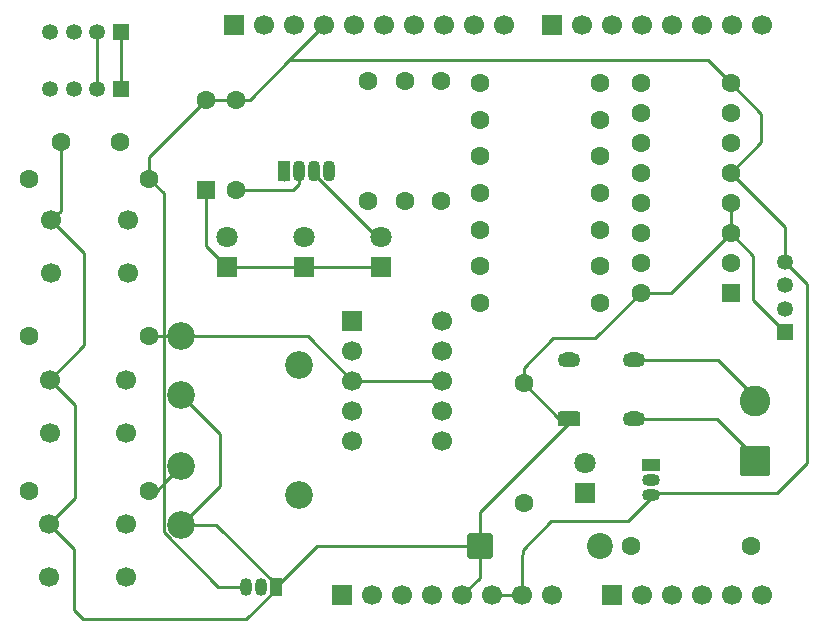
<source format=gbr>
G04 #@! TF.GenerationSoftware,KiCad,Pcbnew,9.0.4*
G04 #@! TF.CreationDate,2025-10-13T09:43:54+02:00*
G04 #@! TF.ProjectId,p1,70312e6b-6963-4616-945f-706362585858,rev?*
G04 #@! TF.SameCoordinates,Original*
G04 #@! TF.FileFunction,Copper,L2,Bot*
G04 #@! TF.FilePolarity,Positive*
%FSLAX46Y46*%
G04 Gerber Fmt 4.6, Leading zero omitted, Abs format (unit mm)*
G04 Created by KiCad (PCBNEW 9.0.4) date 2025-10-13 09:43:54*
%MOMM*%
%LPD*%
G01*
G04 APERTURE LIST*
G04 Aperture macros list*
%AMRoundRect*
0 Rectangle with rounded corners*
0 $1 Rounding radius*
0 $2 $3 $4 $5 $6 $7 $8 $9 X,Y pos of 4 corners*
0 Add a 4 corners polygon primitive as box body*
4,1,4,$2,$3,$4,$5,$6,$7,$8,$9,$2,$3,0*
0 Add four circle primitives for the rounded corners*
1,1,$1+$1,$2,$3*
1,1,$1+$1,$4,$5*
1,1,$1+$1,$6,$7*
1,1,$1+$1,$8,$9*
0 Add four rect primitives between the rounded corners*
20,1,$1+$1,$2,$3,$4,$5,0*
20,1,$1+$1,$4,$5,$6,$7,0*
20,1,$1+$1,$6,$7,$8,$9,0*
20,1,$1+$1,$8,$9,$2,$3,0*%
G04 Aperture macros list end*
G04 #@! TA.AperFunction,ComponentPad*
%ADD10R,1.700000X1.700000*%
G04 #@! TD*
G04 #@! TA.AperFunction,ComponentPad*
%ADD11C,1.700000*%
G04 #@! TD*
G04 #@! TA.AperFunction,ComponentPad*
%ADD12R,1.500000X1.050000*%
G04 #@! TD*
G04 #@! TA.AperFunction,ComponentPad*
%ADD13O,1.500000X1.050000*%
G04 #@! TD*
G04 #@! TA.AperFunction,ComponentPad*
%ADD14R,1.800000X1.800000*%
G04 #@! TD*
G04 #@! TA.AperFunction,ComponentPad*
%ADD15C,1.800000*%
G04 #@! TD*
G04 #@! TA.AperFunction,ComponentPad*
%ADD16RoundRect,0.249999X-0.850001X-0.850001X0.850001X-0.850001X0.850001X0.850001X-0.850001X0.850001X0*%
G04 #@! TD*
G04 #@! TA.AperFunction,ComponentPad*
%ADD17C,2.200000*%
G04 #@! TD*
G04 #@! TA.AperFunction,ComponentPad*
%ADD18RoundRect,0.190500X-0.762000X-0.444500X0.762000X-0.444500X0.762000X0.444500X-0.762000X0.444500X0*%
G04 #@! TD*
G04 #@! TA.AperFunction,ComponentPad*
%ADD19O,1.905000X1.270000*%
G04 #@! TD*
G04 #@! TA.AperFunction,ComponentPad*
%ADD20C,1.600000*%
G04 #@! TD*
G04 #@! TA.AperFunction,ComponentPad*
%ADD21C,2.600000*%
G04 #@! TD*
G04 #@! TA.AperFunction,ComponentPad*
%ADD22RoundRect,0.250000X1.050000X-1.050000X1.050000X1.050000X-1.050000X1.050000X-1.050000X-1.050000X0*%
G04 #@! TD*
G04 #@! TA.AperFunction,ComponentPad*
%ADD23RoundRect,0.250000X0.550000X0.550000X-0.550000X0.550000X-0.550000X-0.550000X0.550000X-0.550000X0*%
G04 #@! TD*
G04 #@! TA.AperFunction,ComponentPad*
%ADD24R,1.050000X1.500000*%
G04 #@! TD*
G04 #@! TA.AperFunction,ComponentPad*
%ADD25O,1.050000X1.500000*%
G04 #@! TD*
G04 #@! TA.AperFunction,ComponentPad*
%ADD26RoundRect,0.250000X0.550000X-0.550000X0.550000X0.550000X-0.550000X0.550000X-0.550000X-0.550000X0*%
G04 #@! TD*
G04 #@! TA.AperFunction,ComponentPad*
%ADD27R,1.070000X1.800000*%
G04 #@! TD*
G04 #@! TA.AperFunction,ComponentPad*
%ADD28O,1.070000X1.800000*%
G04 #@! TD*
G04 #@! TA.AperFunction,ComponentPad*
%ADD29C,2.340000*%
G04 #@! TD*
G04 #@! TA.AperFunction,ComponentPad*
%ADD30R,1.350000X1.350000*%
G04 #@! TD*
G04 #@! TA.AperFunction,ComponentPad*
%ADD31C,1.350000*%
G04 #@! TD*
G04 #@! TA.AperFunction,Conductor*
%ADD32C,0.250000*%
G04 #@! TD*
G04 APERTURE END LIST*
D10*
G04 #@! TO.P,J1,1,Pin_1*
G04 #@! TO.N,unconnected-(J1-Pin_1-Pad1)*
X127940000Y-97460000D03*
D11*
G04 #@! TO.P,J1,2,Pin_2*
G04 #@! TO.N,/IOREF*
X130480000Y-97460000D03*
G04 #@! TO.P,J1,3,Pin_3*
G04 #@! TO.N,/~{RESET}*
X133020000Y-97460000D03*
G04 #@! TO.P,J1,4,Pin_4*
G04 #@! TO.N,+3V3*
X135560000Y-97460000D03*
G04 #@! TO.P,J1,5,Pin_5*
G04 #@! TO.N,+5V*
X138100000Y-97460000D03*
G04 #@! TO.P,J1,6,Pin_6*
G04 #@! TO.N,GND*
X140640000Y-97460000D03*
G04 #@! TO.P,J1,7,Pin_7*
X143180000Y-97460000D03*
G04 #@! TO.P,J1,8,Pin_8*
G04 #@! TO.N,VCC*
X145720000Y-97460000D03*
G04 #@! TD*
D10*
G04 #@! TO.P,J3,1,Pin_1*
G04 #@! TO.N,/A0*
X150800000Y-97460000D03*
D11*
G04 #@! TO.P,J3,2,Pin_2*
G04 #@! TO.N,/A1*
X153340000Y-97460000D03*
G04 #@! TO.P,J3,3,Pin_3*
G04 #@! TO.N,/A2*
X155880000Y-97460000D03*
G04 #@! TO.P,J3,4,Pin_4*
G04 #@! TO.N,/A3*
X158420000Y-97460000D03*
G04 #@! TO.P,J3,5,Pin_5*
G04 #@! TO.N,/SDA{slash}A4*
X160960000Y-97460000D03*
G04 #@! TO.P,J3,6,Pin_6*
G04 #@! TO.N,/SCL{slash}A5*
X163500000Y-97460000D03*
G04 #@! TD*
D10*
G04 #@! TO.P,J2,1,Pin_1*
G04 #@! TO.N,/SCL*
X118796000Y-49200000D03*
D11*
G04 #@! TO.P,J2,2,Pin_2*
G04 #@! TO.N,/SDA*
X121336000Y-49200000D03*
G04 #@! TO.P,J2,3,Pin_3*
G04 #@! TO.N,/AREF*
X123876000Y-49200000D03*
G04 #@! TO.P,J2,4,Pin_4*
G04 #@! TO.N,GND*
X126416000Y-49200000D03*
G04 #@! TO.P,J2,5,Pin_5*
G04 #@! TO.N,/13_SCK*
X128956000Y-49200000D03*
G04 #@! TO.P,J2,6,Pin_6*
G04 #@! TO.N,/12_CIPO*
X131496000Y-49200000D03*
G04 #@! TO.P,J2,7,Pin_7*
G04 #@! TO.N,/\u002A11_COPI*
X134036000Y-49200000D03*
G04 #@! TO.P,J2,8,Pin_8*
G04 #@! TO.N,/\u002A10_CS*
X136576000Y-49200000D03*
G04 #@! TO.P,J2,9,Pin_9*
G04 #@! TO.N,/\u002A9*
X139116000Y-49200000D03*
G04 #@! TO.P,J2,10,Pin_10*
G04 #@! TO.N,/8*
X141656000Y-49200000D03*
G04 #@! TD*
D10*
G04 #@! TO.P,J4,1,Pin_1*
G04 #@! TO.N,/7*
X145720000Y-49200000D03*
D11*
G04 #@! TO.P,J4,2,Pin_2*
G04 #@! TO.N,/\u002A6*
X148260000Y-49200000D03*
G04 #@! TO.P,J4,3,Pin_3*
G04 #@! TO.N,/\u002A5*
X150800000Y-49200000D03*
G04 #@! TO.P,J4,4,Pin_4*
G04 #@! TO.N,/4*
X153340000Y-49200000D03*
G04 #@! TO.P,J4,5,Pin_5*
G04 #@! TO.N,/\u002A3*
X155880000Y-49200000D03*
G04 #@! TO.P,J4,6,Pin_6*
G04 #@! TO.N,/2*
X158420000Y-49200000D03*
G04 #@! TO.P,J4,7,Pin_7*
G04 #@! TO.N,/TX{slash}1*
X160960000Y-49200000D03*
G04 #@! TO.P,J4,8,Pin_8*
G04 #@! TO.N,/RX{slash}0*
X163500000Y-49200000D03*
G04 #@! TD*
D12*
G04 #@! TO.P,Q1,1,C*
G04 #@! TO.N,Net-(Dio1-A)*
X154100000Y-86400000D03*
D13*
G04 #@! TO.P,Q1,2,B*
G04 #@! TO.N,Net-(Q1-B)*
X154100000Y-87670000D03*
G04 #@! TO.P,Q1,3,E*
G04 #@! TO.N,GND*
X154100000Y-88940000D03*
G04 #@! TD*
D14*
G04 #@! TO.P,LED1,1,K*
G04 #@! TO.N,Net-(LED1-K)*
X118168697Y-69660000D03*
D15*
G04 #@! TO.P,LED1,2,A*
G04 #@! TO.N,Net-(LED1-A)*
X118168697Y-67120000D03*
G04 #@! TD*
D16*
G04 #@! TO.P,Dio1,1,K*
G04 #@! TO.N,+5V*
X139600000Y-93250000D03*
D17*
G04 #@! TO.P,Dio1,2,A*
G04 #@! TO.N,Net-(Dio1-A)*
X149760000Y-93250000D03*
G04 #@! TD*
D14*
G04 #@! TO.P,LED5,1,K*
G04 #@! TO.N,Net-(Dio1-A)*
X148500000Y-88775000D03*
D15*
G04 #@! TO.P,LED5,2,A*
G04 #@! TO.N,Net-(LED5-A)*
X148500000Y-86235000D03*
G04 #@! TD*
D18*
G04 #@! TO.P,K1,1*
G04 #@! TO.N,+5V*
X147100000Y-82500000D03*
D19*
G04 #@! TO.P,K1,2*
G04 #@! TO.N,Net-(J5-Pin_1)*
X152600000Y-77500000D03*
G04 #@! TO.P,K1,3*
G04 #@! TO.N,Net-(Dio1-A)*
X147100000Y-77500000D03*
G04 #@! TO.P,K1,4*
G04 #@! TO.N,Net-(J5-Pin_2)*
X152600000Y-82500000D03*
G04 #@! TD*
D10*
G04 #@! TO.P,7SEG1,1,G*
G04 #@! TO.N,Net-(7SEG1-G)*
X128780000Y-74200000D03*
D11*
G04 #@! TO.P,7SEG1,2,F*
G04 #@! TO.N,Net-(7SEG1-F)*
X128780000Y-76740000D03*
G04 #@! TO.P,7SEG1,3,CC*
G04 #@! TO.N,GND*
X128780000Y-79280000D03*
G04 #@! TO.P,7SEG1,4,E*
G04 #@! TO.N,Net-(7SEG1-E)*
X128780000Y-81820000D03*
G04 #@! TO.P,7SEG1,5,D*
G04 #@! TO.N,Net-(7SEG1-D)*
X128780000Y-84360000D03*
G04 #@! TO.P,7SEG1,6,DP*
G04 #@! TO.N,unconnected-(7SEG1-DP-Pad6)*
X136400000Y-84360000D03*
G04 #@! TO.P,7SEG1,7,C*
G04 #@! TO.N,Net-(7SEG1-C)*
X136400000Y-81820000D03*
G04 #@! TO.P,7SEG1,8,CC*
G04 #@! TO.N,GND*
X136400000Y-79280000D03*
G04 #@! TO.P,7SEG1,9,B*
G04 #@! TO.N,Net-(7SEG1-B)*
X136400000Y-76740000D03*
G04 #@! TO.P,7SEG1,10,A*
G04 #@! TO.N,Net-(7SEG1-A)*
X136400000Y-74200000D03*
G04 #@! TD*
D20*
G04 #@! TO.P,R11,1*
G04 #@! TO.N,Net-(U1-e)*
X149780000Y-54100000D03*
G04 #@! TO.P,R11,2*
G04 #@! TO.N,Net-(7SEG1-E)*
X139620000Y-54100000D03*
G04 #@! TD*
G04 #@! TO.P,R8,1*
G04 #@! TO.N,Net-(U1-b)*
X149780000Y-63400000D03*
G04 #@! TO.P,R8,2*
G04 #@! TO.N,Net-(7SEG1-B)*
X139620000Y-63400000D03*
G04 #@! TD*
D21*
G04 #@! TO.P,J5,1,Pin_1*
G04 #@! TO.N,Net-(J5-Pin_1)*
X162900000Y-81000000D03*
D22*
G04 #@! TO.P,J5,2,Pin_2*
G04 #@! TO.N,Net-(J5-Pin_2)*
X162900000Y-86080000D03*
G04 #@! TD*
D20*
G04 #@! TO.P,R15,1*
G04 #@! TO.N,+5V*
X143300000Y-79520000D03*
G04 #@! TO.P,R15,2*
G04 #@! TO.N,Net-(LED5-A)*
X143300000Y-89680000D03*
G04 #@! TD*
D23*
G04 #@! TO.P,U1,1,B*
G04 #@! TO.N,/TX{slash}1*
X160800000Y-71880000D03*
D20*
G04 #@! TO.P,U1,2,C*
G04 #@! TO.N,/2*
X160800000Y-69340000D03*
G04 #@! TO.P,U1,3,~{LT}*
G04 #@! TO.N,+5V*
X160800000Y-66800000D03*
G04 #@! TO.P,U1,4,~{BI}/~{RBO}*
X160800000Y-64260000D03*
G04 #@! TO.P,U1,5,~{RBI}*
G04 #@! TO.N,GND*
X160800000Y-61720000D03*
G04 #@! TO.P,U1,6,D*
G04 #@! TO.N,/\u002A3*
X160800000Y-59180000D03*
G04 #@! TO.P,U1,7,A*
G04 #@! TO.N,/RX{slash}0*
X160800000Y-56640000D03*
G04 #@! TO.P,U1,8,GND*
G04 #@! TO.N,GND*
X160800000Y-54100000D03*
G04 #@! TO.P,U1,9,e*
G04 #@! TO.N,Net-(U1-e)*
X153180000Y-54100000D03*
G04 #@! TO.P,U1,10,d*
G04 #@! TO.N,Net-(U1-d)*
X153180000Y-56640000D03*
G04 #@! TO.P,U1,11,c*
G04 #@! TO.N,Net-(U1-c)*
X153180000Y-59180000D03*
G04 #@! TO.P,U1,12,b*
G04 #@! TO.N,Net-(U1-b)*
X153180000Y-61720000D03*
G04 #@! TO.P,U1,13,a*
G04 #@! TO.N,Net-(U1-a)*
X153180000Y-64260000D03*
G04 #@! TO.P,U1,14,g*
G04 #@! TO.N,Net-(U1-g)*
X153180000Y-66800000D03*
G04 #@! TO.P,U1,15,f*
G04 #@! TO.N,Net-(U1-f)*
X153180000Y-69340000D03*
G04 #@! TO.P,U1,16,VCC*
G04 #@! TO.N,+5V*
X153180000Y-71880000D03*
G04 #@! TD*
D14*
G04 #@! TO.P,LED2,1,K*
G04 #@! TO.N,Net-(LED1-K)*
X124668697Y-69675000D03*
D15*
G04 #@! TO.P,LED2,2,A*
G04 #@! TO.N,Net-(LED2-A)*
X124668697Y-67135000D03*
G04 #@! TD*
D20*
G04 #@! TO.P,R10,1*
G04 #@! TO.N,Net-(U1-d)*
X149780000Y-57200000D03*
G04 #@! TO.P,R10,2*
G04 #@! TO.N,Net-(7SEG1-D)*
X139620000Y-57200000D03*
G04 #@! TD*
G04 #@! TO.P,R3,1*
G04 #@! TO.N,/4*
X101420000Y-88600000D03*
G04 #@! TO.P,R3,2*
G04 #@! TO.N,GND*
X111580000Y-88600000D03*
G04 #@! TD*
D11*
G04 #@! TO.P,SW3,1,1*
G04 #@! TO.N,+5V*
X103100000Y-91400000D03*
G04 #@! TO.P,SW3,2,2*
G04 #@! TO.N,unconnected-(SW3-Pad2)*
X109600000Y-91400000D03*
G04 #@! TO.P,SW3,3,K*
G04 #@! TO.N,unconnected-(SW3-K-Pad3)*
X103100000Y-95900000D03*
G04 #@! TO.P,SW3,4,A*
G04 #@! TO.N,/4*
X109600000Y-95900000D03*
G04 #@! TD*
D20*
G04 #@! TO.P,C1,1*
G04 #@! TO.N,+5V*
X104100000Y-59100000D03*
G04 #@! TO.P,C1,2*
G04 #@! TO.N,/8*
X109100000Y-59100000D03*
G04 #@! TD*
G04 #@! TO.P,R7,1*
G04 #@! TO.N,Net-(U1-a)*
X149780000Y-66500000D03*
G04 #@! TO.P,R7,2*
G04 #@! TO.N,Net-(7SEG1-A)*
X139620000Y-66500000D03*
G04 #@! TD*
D24*
G04 #@! TO.P,Tmp1,1,V+*
G04 #@! TO.N,+5V*
X122290000Y-96750000D03*
D25*
G04 #@! TO.P,Tmp1,2,Signal*
G04 #@! TO.N,/A2*
X121020000Y-96750000D03*
G04 #@! TO.P,Tmp1,3,GND*
G04 #@! TO.N,GND*
X119750000Y-96750000D03*
G04 #@! TD*
D26*
G04 #@! TO.P,SW4,1*
G04 #@! TO.N,Net-(LED1-K)*
X116378697Y-63131845D03*
D20*
G04 #@! TO.P,SW4,2*
G04 #@! TO.N,Net-(LED4-K)*
X118918697Y-63131845D03*
G04 #@! TO.P,SW4,3*
G04 #@! TO.N,GND*
X118918697Y-55511845D03*
G04 #@! TO.P,SW4,4*
X116378697Y-55511845D03*
G04 #@! TD*
G04 #@! TO.P,R2,1*
G04 #@! TO.N,/7*
X101420000Y-75500000D03*
G04 #@! TO.P,R2,2*
G04 #@! TO.N,GND*
X111580000Y-75500000D03*
G04 #@! TD*
G04 #@! TO.P,R6,1*
G04 #@! TO.N,/\u002A5*
X136300000Y-53900000D03*
G04 #@! TO.P,R6,2*
G04 #@! TO.N,Net-(LED3-A)*
X136300000Y-64060000D03*
G04 #@! TD*
G04 #@! TO.P,R14,1*
G04 #@! TO.N,/A3*
X162500000Y-93250000D03*
G04 #@! TO.P,R14,2*
G04 #@! TO.N,Net-(Q1-B)*
X152340000Y-93250000D03*
G04 #@! TD*
G04 #@! TO.P,R12,1*
G04 #@! TO.N,Net-(U1-f)*
X149780000Y-72700000D03*
G04 #@! TO.P,R12,2*
G04 #@! TO.N,Net-(7SEG1-F)*
X139620000Y-72700000D03*
G04 #@! TD*
D27*
G04 #@! TO.P,LED4,1,RA*
G04 #@! TO.N,Net-(LED1-A)*
X122990000Y-61500000D03*
D28*
G04 #@! TO.P,LED4,2,K*
G04 #@! TO.N,Net-(LED4-K)*
X124260000Y-61500000D03*
G04 #@! TO.P,LED4,3,BA*
G04 #@! TO.N,Net-(LED3-A)*
X125530000Y-61500000D03*
G04 #@! TO.P,LED4,4,GA*
G04 #@! TO.N,Net-(LED2-A)*
X126800000Y-61500000D03*
G04 #@! TD*
D20*
G04 #@! TO.P,R4,1*
G04 #@! TO.N,/\u002A9*
X130100000Y-53900000D03*
G04 #@! TO.P,R4,2*
G04 #@! TO.N,Net-(LED1-A)*
X130100000Y-64060000D03*
G04 #@! TD*
D14*
G04 #@! TO.P,LED3,1,K*
G04 #@! TO.N,Net-(LED1-K)*
X131168697Y-69660000D03*
D15*
G04 #@! TO.P,LED3,2,A*
G04 #@! TO.N,Net-(LED3-A)*
X131168697Y-67120000D03*
G04 #@! TD*
D11*
G04 #@! TO.P,SW2,1,1*
G04 #@! TO.N,+5V*
X103150000Y-79200000D03*
G04 #@! TO.P,SW2,2,2*
G04 #@! TO.N,unconnected-(SW2-Pad2)*
X109650000Y-79200000D03*
G04 #@! TO.P,SW2,3,K*
G04 #@! TO.N,unconnected-(SW2-K-Pad3)*
X103150000Y-83700000D03*
G04 #@! TO.P,SW2,4,A*
G04 #@! TO.N,/7*
X109650000Y-83700000D03*
G04 #@! TD*
G04 #@! TO.P,SW1,1,1*
G04 #@! TO.N,+5V*
X103300000Y-65700000D03*
G04 #@! TO.P,SW1,2,2*
G04 #@! TO.N,unconnected-(SW1-Pad2)*
X109800000Y-65700000D03*
G04 #@! TO.P,SW1,3,K*
G04 #@! TO.N,unconnected-(SW1-K-Pad3)*
X103300000Y-70200000D03*
G04 #@! TO.P,SW1,4,A*
G04 #@! TO.N,/8*
X109800000Y-70200000D03*
G04 #@! TD*
D29*
G04 #@! TO.P,Pot2,1,1*
G04 #@! TO.N,+5V*
X114300000Y-80500000D03*
G04 #@! TO.P,Pot2,2,2*
G04 #@! TO.N,/A1*
X124300000Y-78000000D03*
G04 #@! TO.P,Pot2,3,3*
G04 #@! TO.N,GND*
X114300000Y-75500000D03*
G04 #@! TD*
D20*
G04 #@! TO.P,R9,1*
G04 #@! TO.N,Net-(U1-c)*
X149780000Y-60300000D03*
G04 #@! TO.P,R9,2*
G04 #@! TO.N,Net-(7SEG1-C)*
X139620000Y-60300000D03*
G04 #@! TD*
G04 #@! TO.P,R5,1*
G04 #@! TO.N,/\u002A6*
X133200000Y-53900000D03*
G04 #@! TO.P,R5,2*
G04 #@! TO.N,Net-(LED2-A)*
X133200000Y-64060000D03*
G04 #@! TD*
D30*
G04 #@! TO.P,SPI_2,1,Pin_1*
G04 #@! TO.N,/13_SCK*
X109200000Y-54600000D03*
D31*
G04 #@! TO.P,SPI_2,2,Pin_2*
G04 #@! TO.N,/12_CIPO*
X107200000Y-54600000D03*
G04 #@! TO.P,SPI_2,3,Pin_3*
G04 #@! TO.N,/\u002A11_COPI*
X105200000Y-54600000D03*
G04 #@! TO.P,SPI_2,4,Pin_4*
G04 #@! TO.N,/\u002A10_CS*
X103200000Y-54600000D03*
G04 #@! TD*
D20*
G04 #@! TO.P,R13,1*
G04 #@! TO.N,Net-(U1-g)*
X149780000Y-69600000D03*
G04 #@! TO.P,R13,2*
G04 #@! TO.N,Net-(7SEG1-G)*
X139620000Y-69600000D03*
G04 #@! TD*
D30*
G04 #@! TO.P,SPI_1,1,Pin_1*
G04 #@! TO.N,/13_SCK*
X109200000Y-49800000D03*
D31*
G04 #@! TO.P,SPI_1,2,Pin_2*
G04 #@! TO.N,/12_CIPO*
X107200000Y-49800000D03*
G04 #@! TO.P,SPI_1,3,Pin_3*
G04 #@! TO.N,/\u002A11_COPI*
X105200000Y-49800000D03*
G04 #@! TO.P,SPI_1,4,Pin_4*
G04 #@! TO.N,/\u002A10_CS*
X103200000Y-49800000D03*
G04 #@! TD*
D20*
G04 #@! TO.P,R1,1*
G04 #@! TO.N,/8*
X101420000Y-62200000D03*
G04 #@! TO.P,R1,2*
G04 #@! TO.N,GND*
X111580000Y-62200000D03*
G04 #@! TD*
D29*
G04 #@! TO.P,Pot1,1,1*
G04 #@! TO.N,+5V*
X114300000Y-91500000D03*
G04 #@! TO.P,Pot1,2,2*
G04 #@! TO.N,/A0*
X124300000Y-89000000D03*
G04 #@! TO.P,Pot1,3,3*
G04 #@! TO.N,GND*
X114300000Y-86500000D03*
G04 #@! TD*
D30*
G04 #@! TO.P,I2C_1,1,Pin_1*
G04 #@! TO.N,+5V*
X165400000Y-75200000D03*
D31*
G04 #@! TO.P,I2C_1,2,Pin_2*
G04 #@! TO.N,/SCL{slash}A5*
X165400000Y-73200000D03*
G04 #@! TO.P,I2C_1,3,Pin_3*
G04 #@! TO.N,/SDA{slash}A4*
X165400000Y-71200000D03*
G04 #@! TO.P,I2C_1,4,Pin_4*
G04 #@! TO.N,GND*
X165400000Y-69200000D03*
G04 #@! TD*
D32*
G04 #@! TO.N,GND*
X112804000Y-88000000D02*
X112804000Y-92119664D01*
X164760000Y-88840000D02*
X154200000Y-88840000D01*
X128780000Y-79280000D02*
X132700000Y-79280000D01*
X163400000Y-59120000D02*
X163400000Y-56700000D01*
X114300000Y-75500000D02*
X125000000Y-75500000D01*
X140640000Y-97460000D02*
X143180000Y-97460000D01*
X112800000Y-75500000D02*
X114300000Y-75500000D01*
X158858000Y-52158000D02*
X123458000Y-52158000D01*
X143180000Y-94020000D02*
X143180000Y-97460000D01*
X152140000Y-91200000D02*
X145600000Y-91200000D01*
X160800000Y-54100000D02*
X158858000Y-52158000D01*
X154100000Y-89240000D02*
X152140000Y-91200000D01*
X111580000Y-88600000D02*
X112200000Y-88600000D01*
X154100000Y-88940000D02*
X154100000Y-89240000D01*
X111580000Y-62200000D02*
X111580000Y-60310542D01*
X112804000Y-88000000D02*
X112804000Y-75504000D01*
X145600000Y-91200000D02*
X143200000Y-93600000D01*
X120104155Y-55511845D02*
X123458000Y-52158000D01*
X167300000Y-71100000D02*
X167300000Y-86300000D01*
X165400000Y-66320000D02*
X160800000Y-61720000D01*
X163400000Y-56700000D02*
X160800000Y-54100000D01*
X112804000Y-75504000D02*
X112800000Y-75500000D01*
X154200000Y-88840000D02*
X154100000Y-88940000D01*
X165400000Y-69200000D02*
X165400000Y-66320000D01*
X165400000Y-69200000D02*
X167300000Y-71100000D01*
X112800000Y-75500000D02*
X112800000Y-63420000D01*
X113000000Y-87800000D02*
X112804000Y-87996000D01*
X111580000Y-60310542D02*
X116378697Y-55511845D01*
X160800000Y-61720000D02*
X163400000Y-59120000D01*
X112804000Y-87996000D02*
X112804000Y-88000000D01*
X116378697Y-55511845D02*
X118918697Y-55511845D01*
X125000000Y-75500000D02*
X128780000Y-79280000D01*
X118918697Y-55511845D02*
X120104155Y-55511845D01*
X112800000Y-63420000D02*
X111580000Y-62200000D01*
X111580000Y-75500000D02*
X112800000Y-75500000D01*
X112200000Y-88600000D02*
X113000000Y-87800000D01*
X117434336Y-96750000D02*
X119750000Y-96750000D01*
X143200000Y-93600000D02*
X143200000Y-94000000D01*
X113000000Y-87800000D02*
X114300000Y-86500000D01*
X167300000Y-86300000D02*
X164760000Y-88840000D01*
X112804000Y-92119664D02*
X117434336Y-96750000D01*
X123458000Y-52158000D02*
X126416000Y-49200000D01*
X132700000Y-79280000D02*
X136400000Y-79280000D01*
X143200000Y-94000000D02*
X143180000Y-94020000D01*
G04 #@! TO.N,+5V*
X114300000Y-91500000D02*
X117600000Y-88200000D01*
X147100000Y-82500000D02*
X146280000Y-82500000D01*
X119765000Y-99500000D02*
X122290000Y-96975000D01*
X105300000Y-89200000D02*
X103100000Y-91400000D01*
X117265000Y-91500000D02*
X114300000Y-91500000D01*
X103100000Y-91400000D02*
X105200000Y-93500000D01*
X139600000Y-90400000D02*
X147100000Y-82900000D01*
X125790000Y-93250000D02*
X139600000Y-93250000D01*
X105300000Y-81350000D02*
X105300000Y-89200000D01*
X160800000Y-66800000D02*
X162701000Y-68701000D01*
X106100000Y-76250000D02*
X106100000Y-68500000D01*
X104100000Y-64900000D02*
X103300000Y-65700000D01*
X106100000Y-68500000D02*
X103300000Y-65700000D01*
X103150000Y-79200000D02*
X106100000Y-76250000D01*
X122290000Y-96975000D02*
X122290000Y-96750000D01*
X162701000Y-68701000D02*
X162701000Y-72501000D01*
X145800000Y-75700000D02*
X149360000Y-75700000D01*
X103150000Y-79200000D02*
X105300000Y-81350000D01*
X153180000Y-71880000D02*
X155720000Y-71880000D01*
X162701000Y-72501000D02*
X165400000Y-75200000D01*
X160800000Y-64260000D02*
X160800000Y-66800000D01*
X105200000Y-98700000D02*
X106000000Y-99500000D01*
X147100000Y-82900000D02*
X147100000Y-82500000D01*
X139600000Y-93250000D02*
X139600000Y-90400000D01*
X122290000Y-96750000D02*
X125790000Y-93250000D01*
X104100000Y-59100000D02*
X104100000Y-64900000D01*
X155720000Y-71880000D02*
X160800000Y-66800000D01*
X149360000Y-75700000D02*
X153180000Y-71880000D01*
X117600000Y-83800000D02*
X114300000Y-80500000D01*
X146280000Y-82500000D02*
X143300000Y-79520000D01*
X139600000Y-95960000D02*
X139600000Y-93250000D01*
X106000000Y-99500000D02*
X119765000Y-99500000D01*
X122290000Y-96750000D02*
X122290000Y-96525000D01*
X117600000Y-88200000D02*
X117600000Y-83800000D01*
X138100000Y-97460000D02*
X139600000Y-95960000D01*
X143300000Y-78200000D02*
X145800000Y-75700000D01*
X105200000Y-93500000D02*
X105200000Y-98700000D01*
X143300000Y-79520000D02*
X143300000Y-78200000D01*
X122290000Y-96525000D02*
X117265000Y-91500000D01*
G04 #@! TO.N,/12_CIPO*
X107200000Y-54600000D02*
X107200000Y-49800000D01*
G04 #@! TO.N,/13_SCK*
X109200000Y-54600000D02*
X109200000Y-49800000D01*
G04 #@! TO.N,Net-(LED4-K)*
X124260000Y-61500000D02*
X124260000Y-62650000D01*
X123778155Y-63131845D02*
X118918697Y-63131845D01*
X124260000Y-62650000D02*
X123778155Y-63131845D01*
G04 #@! TO.N,Net-(J5-Pin_2)*
X159670000Y-82500000D02*
X162900000Y-85730000D01*
X162900000Y-85730000D02*
X162900000Y-86080000D01*
X152600000Y-82500000D02*
X159670000Y-82500000D01*
G04 #@! TO.N,Net-(J5-Pin_1)*
X152600000Y-77500000D02*
X159750000Y-77500000D01*
X159750000Y-77500000D02*
X162900000Y-80650000D01*
X162900000Y-80650000D02*
X162900000Y-81000000D01*
G04 #@! TO.N,Net-(LED1-K)*
X116378697Y-67870000D02*
X116378697Y-63131845D01*
X118168697Y-69660000D02*
X116378697Y-67870000D01*
X131153697Y-69675000D02*
X131168697Y-69660000D01*
X124668697Y-69675000D02*
X131153697Y-69675000D01*
X124653697Y-69660000D02*
X124668697Y-69675000D01*
X118168697Y-69660000D02*
X124653697Y-69660000D01*
G04 #@! TO.N,Net-(LED1-A)*
X122990000Y-61500000D02*
X122990000Y-62298697D01*
G04 #@! TO.N,Net-(LED3-A)*
X130837362Y-67120000D02*
X131168697Y-67120000D01*
X125530000Y-61812638D02*
X130837362Y-67120000D01*
X125530000Y-61500000D02*
X125530000Y-61812638D01*
G04 #@! TD*
M02*

</source>
